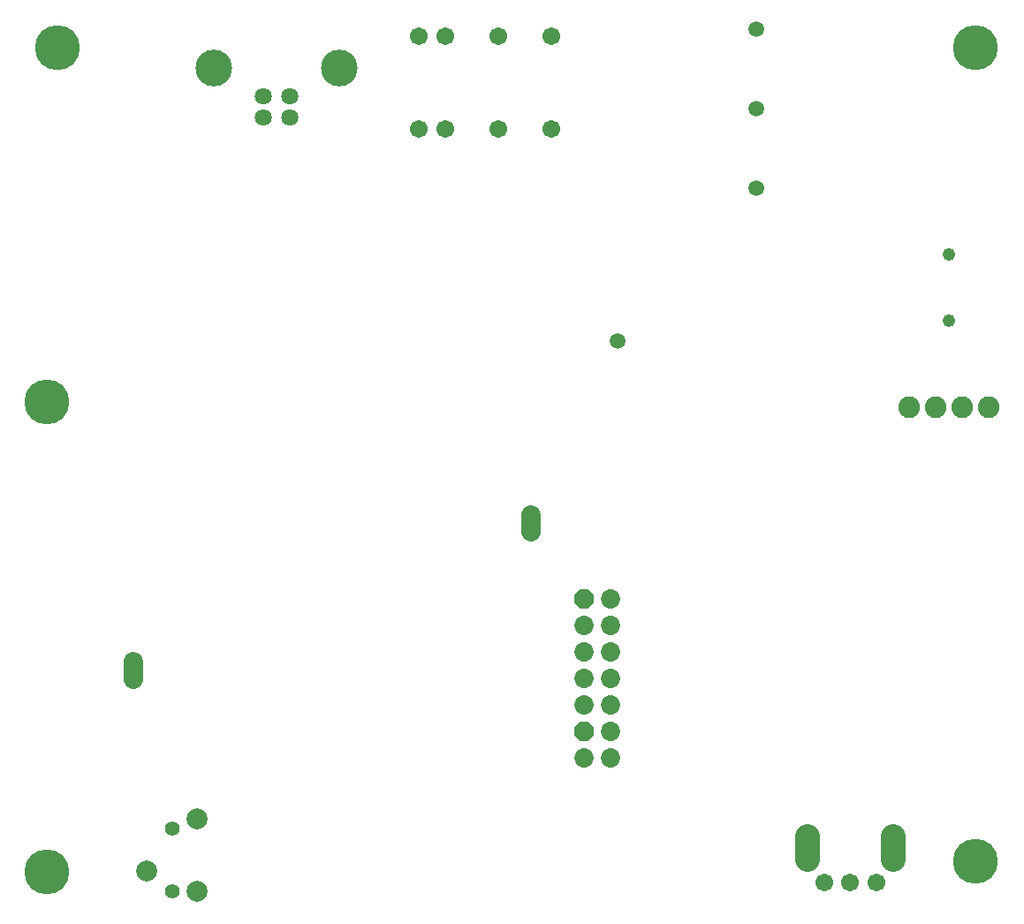
<source format=gbr>
G04 EAGLE Gerber RS-274X export*
G75*
%MOMM*%
%FSLAX34Y34*%
%LPD*%
%INSoldermask Bottom*%
%IPPOS*%
%AMOC8*
5,1,8,0,0,1.08239X$1,22.5*%
G01*
%ADD10C,4.303200*%
%ADD11C,1.122000*%
%ADD12C,1.223200*%
%ADD13C,1.711200*%
%ADD14C,3.519200*%
%ADD15C,1.631200*%
%ADD16C,1.853200*%
%ADD17C,1.511200*%
%ADD18C,2.387600*%
%ADD19C,2.082800*%
%ADD20P,2.005885X8X292.500000*%
%ADD21C,1.853200*%
%ADD22C,1.403200*%
%ADD23C,2.003200*%


D10*
X60000Y840000D03*
X940000Y840000D03*
X940000Y60000D03*
X50000Y50000D03*
X50000Y500000D03*
D11*
X914400Y641350D03*
X914400Y577850D03*
D12*
X914400Y641350D03*
X914400Y577850D03*
D13*
X431800Y762000D03*
X406400Y762000D03*
X482600Y762000D03*
X533400Y762000D03*
X431800Y850900D03*
X406400Y850900D03*
X482600Y850900D03*
X533400Y850900D03*
D14*
X330200Y820000D03*
X209800Y820000D03*
D15*
X282500Y772900D03*
X282500Y792900D03*
X257500Y772900D03*
X257500Y792900D03*
D16*
X133350Y251000D02*
X133350Y234500D01*
X514350Y375500D02*
X514350Y392000D01*
D17*
X730250Y704850D03*
X730250Y781050D03*
X730250Y857250D03*
X596900Y558800D03*
D13*
X845000Y40000D03*
X795000Y40000D03*
X820000Y40000D03*
D18*
X861000Y62078D02*
X861000Y83922D01*
X779000Y83922D02*
X779000Y62078D01*
D19*
X876300Y495300D03*
X901700Y495300D03*
X927100Y495300D03*
X952500Y495300D03*
D20*
X565150Y311150D03*
D21*
X565150Y285750D03*
X565150Y260350D03*
X590550Y311150D03*
X590550Y285750D03*
X590550Y260350D03*
X565150Y234950D03*
X590550Y234950D03*
X565150Y209550D03*
X590550Y209550D03*
D20*
X565150Y184150D03*
D21*
X565150Y158750D03*
X590550Y184150D03*
X590550Y158750D03*
D22*
X170000Y31000D03*
X170000Y91000D03*
D23*
X146000Y51000D03*
X194000Y101000D03*
X194000Y31000D03*
M02*

</source>
